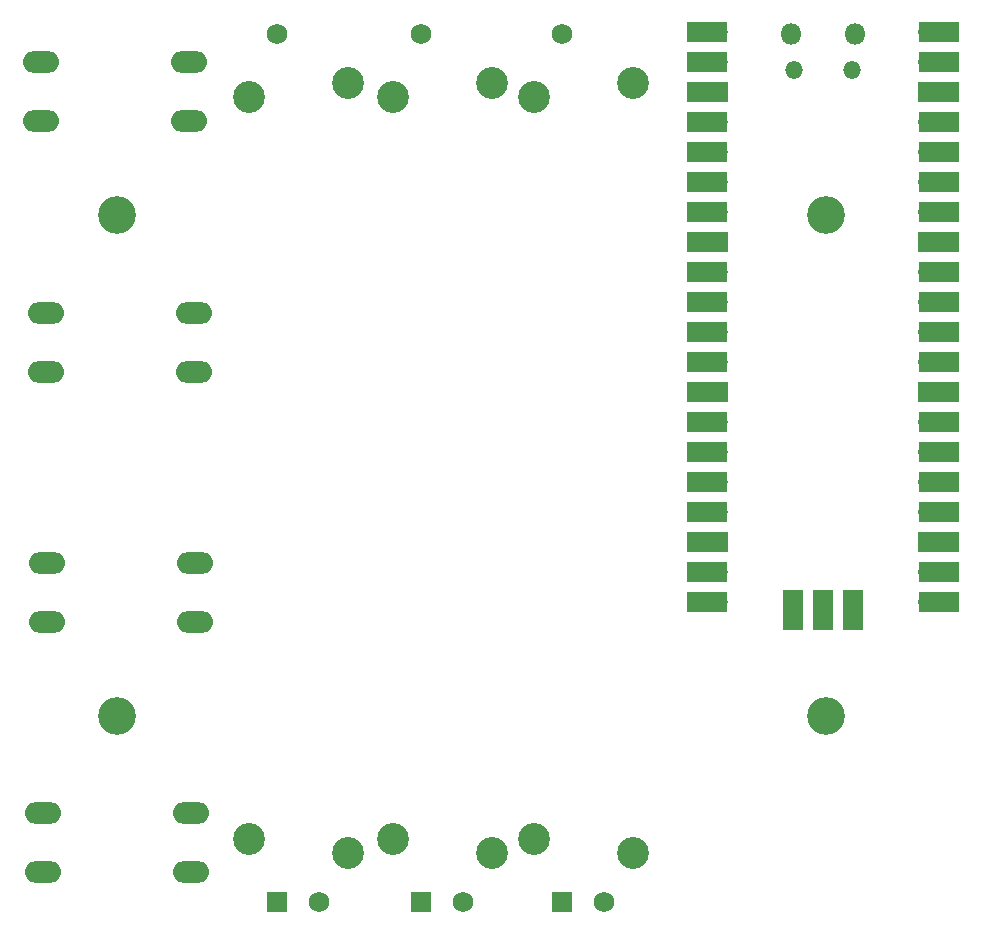
<source format=gts>
%TF.GenerationSoftware,KiCad,Pcbnew,(6.0.0)*%
%TF.CreationDate,2023-01-12T10:54:33-06:00*%
%TF.ProjectId,deej,6465656a-2e6b-4696-9361-645f70636258,rev?*%
%TF.SameCoordinates,Original*%
%TF.FileFunction,Soldermask,Top*%
%TF.FilePolarity,Negative*%
%FSLAX46Y46*%
G04 Gerber Fmt 4.6, Leading zero omitted, Abs format (unit mm)*
G04 Created by KiCad (PCBNEW (6.0.0)) date 2023-01-12 10:54:33*
%MOMM*%
%LPD*%
G01*
G04 APERTURE LIST*
%ADD10C,3.200000*%
%ADD11O,3.048000X1.850000*%
%ADD12R,1.750000X1.750000*%
%ADD13C,1.750000*%
%ADD14C,2.700000*%
%ADD15O,1.800000X1.800000*%
%ADD16O,1.500000X1.500000*%
%ADD17O,1.700000X1.700000*%
%ADD18R,3.500000X1.700000*%
%ADD19R,1.700000X1.700000*%
%ADD20R,1.700000X3.500000*%
G04 APERTURE END LIST*
D10*
%TO.C,REF\u002A\u002A*%
X155194000Y-97282000D03*
%TD*%
%TO.C,REF\u002A\u002A*%
X155194000Y-54864000D03*
%TD*%
%TO.C,REF\u002A\u002A*%
X95123000Y-97282000D03*
%TD*%
%TO.C,REF\u002A\u002A*%
X95123000Y-54864000D03*
%TD*%
D11*
%TO.C,SW2*%
X101637000Y-63090000D03*
X89137000Y-63090000D03*
X89137000Y-68090000D03*
X101637000Y-68090000D03*
%TD*%
%TO.C,SW4*%
X101383000Y-105450000D03*
X88883000Y-105450000D03*
X101383000Y-110450000D03*
X88883000Y-110450000D03*
%TD*%
D12*
%TO.C,RV1*%
X132870000Y-113030000D03*
D13*
X136370000Y-113030000D03*
X132870000Y-39530000D03*
D14*
X138820000Y-43680000D03*
X130420000Y-44880000D03*
X130420000Y-107680000D03*
X138820000Y-108880000D03*
%TD*%
D11*
%TO.C,SW1*%
X88756000Y-41910000D03*
X101256000Y-41910000D03*
X88756000Y-46910000D03*
X101256000Y-46910000D03*
%TD*%
D15*
%TO.C,U1*%
X152215000Y-39500000D03*
D16*
X152515000Y-42530000D03*
D15*
X157665000Y-39500000D03*
D16*
X157365000Y-42530000D03*
D17*
X146050000Y-39370000D03*
D18*
X145150000Y-39370000D03*
X145150000Y-41910000D03*
D17*
X146050000Y-41910000D03*
D19*
X146050000Y-44450000D03*
D18*
X145150000Y-44450000D03*
X145150000Y-46990000D03*
D17*
X146050000Y-46990000D03*
D18*
X145150000Y-49530000D03*
D17*
X146050000Y-49530000D03*
X146050000Y-52070000D03*
D18*
X145150000Y-52070000D03*
D17*
X146050000Y-54610000D03*
D18*
X145150000Y-54610000D03*
D19*
X146050000Y-57150000D03*
D18*
X145150000Y-57150000D03*
X145150000Y-59690000D03*
D17*
X146050000Y-59690000D03*
X146050000Y-62230000D03*
D18*
X145150000Y-62230000D03*
X145150000Y-64770000D03*
D17*
X146050000Y-64770000D03*
X146050000Y-67310000D03*
D18*
X145150000Y-67310000D03*
X145150000Y-69850000D03*
D19*
X146050000Y-69850000D03*
D17*
X146050000Y-72390000D03*
D18*
X145150000Y-72390000D03*
X145150000Y-74930000D03*
D17*
X146050000Y-74930000D03*
X146050000Y-77470000D03*
D18*
X145150000Y-77470000D03*
D17*
X146050000Y-80010000D03*
D18*
X145150000Y-80010000D03*
X145150000Y-82550000D03*
D19*
X146050000Y-82550000D03*
D18*
X145150000Y-85090000D03*
D17*
X146050000Y-85090000D03*
X146050000Y-87630000D03*
D18*
X145150000Y-87630000D03*
D17*
X163830000Y-87630000D03*
D18*
X164730000Y-87630000D03*
X164730000Y-85090000D03*
D17*
X163830000Y-85090000D03*
D18*
X164730000Y-82550000D03*
D19*
X163830000Y-82550000D03*
D17*
X163830000Y-80010000D03*
D18*
X164730000Y-80010000D03*
X164730000Y-77470000D03*
D17*
X163830000Y-77470000D03*
X163830000Y-74930000D03*
D18*
X164730000Y-74930000D03*
X164730000Y-72390000D03*
D17*
X163830000Y-72390000D03*
D18*
X164730000Y-69850000D03*
D19*
X163830000Y-69850000D03*
D18*
X164730000Y-67310000D03*
D17*
X163830000Y-67310000D03*
D18*
X164730000Y-64770000D03*
D17*
X163830000Y-64770000D03*
D18*
X164730000Y-62230000D03*
D17*
X163830000Y-62230000D03*
D18*
X164730000Y-59690000D03*
D17*
X163830000Y-59690000D03*
D19*
X163830000Y-57150000D03*
D18*
X164730000Y-57150000D03*
X164730000Y-54610000D03*
D17*
X163830000Y-54610000D03*
D18*
X164730000Y-52070000D03*
D17*
X163830000Y-52070000D03*
D18*
X164730000Y-49530000D03*
D17*
X163830000Y-49530000D03*
D18*
X164730000Y-46990000D03*
D17*
X163830000Y-46990000D03*
D19*
X163830000Y-44450000D03*
D18*
X164730000Y-44450000D03*
X164730000Y-41910000D03*
D17*
X163830000Y-41910000D03*
D18*
X164730000Y-39370000D03*
D17*
X163830000Y-39370000D03*
X152400000Y-87400000D03*
D20*
X152400000Y-88300000D03*
D19*
X154940000Y-87400000D03*
D20*
X154940000Y-88300000D03*
D17*
X157480000Y-87400000D03*
D20*
X157480000Y-88300000D03*
%TD*%
D11*
%TO.C,SW3*%
X101764000Y-84270000D03*
X89264000Y-84270000D03*
X101764000Y-89270000D03*
X89264000Y-89270000D03*
%TD*%
D12*
%TO.C,RV3*%
X120932000Y-113030000D03*
D13*
X124432000Y-113030000D03*
X120932000Y-39530000D03*
D14*
X126882000Y-43680000D03*
X126882000Y-108880000D03*
X118482000Y-44880000D03*
X118482000Y-107680000D03*
%TD*%
D12*
%TO.C,RV2*%
X108740000Y-113030000D03*
D13*
X112240000Y-113030000D03*
X108740000Y-39530000D03*
D14*
X114690000Y-43680000D03*
X106290000Y-107680000D03*
X114690000Y-108880000D03*
X106290000Y-44880000D03*
%TD*%
M02*

</source>
